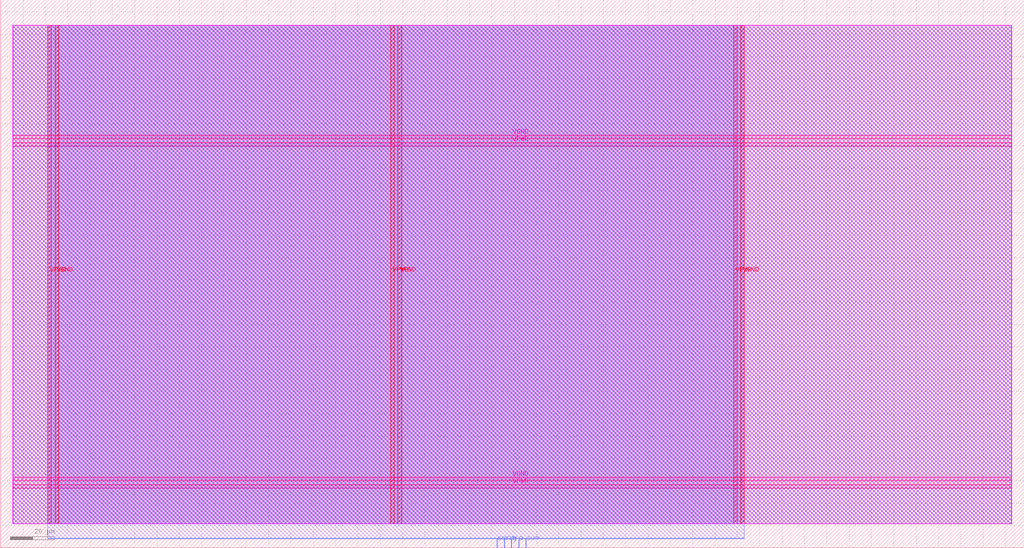
<source format=lef>
VERSION 5.7 ;
  NOWIREEXTENSIONATPIN ON ;
  DIVIDERCHAR "/" ;
  BUSBITCHARS "[]" ;
MACRO full_adder
  CLASS BLOCK ;
  FOREIGN full_adder ;
  ORIGIN 0.000 0.000 ;
  SIZE 458.470 BY 245.475 ;
  PIN VGND
    DIRECTION INOUT ;
    USE GROUND ;
    PORT
      LAYER met4 ;
        RECT 24.340 10.640 25.940 234.160 ;
    END
    PORT
      LAYER met4 ;
        RECT 177.940 10.640 179.540 234.160 ;
    END
    PORT
      LAYER met4 ;
        RECT 331.540 10.640 333.140 234.160 ;
    END
    PORT
      LAYER met5 ;
        RECT 5.280 30.030 452.880 31.630 ;
    END
    PORT
      LAYER met5 ;
        RECT 5.280 183.210 452.880 184.810 ;
    END
  END VGND
  PIN VPWR
    DIRECTION INOUT ;
    USE POWER ;
    PORT
      LAYER met4 ;
        RECT 21.040 10.640 22.640 234.160 ;
    END
    PORT
      LAYER met4 ;
        RECT 174.640 10.640 176.240 234.160 ;
    END
    PORT
      LAYER met4 ;
        RECT 328.240 10.640 329.840 234.160 ;
    END
    PORT
      LAYER met5 ;
        RECT 5.280 26.730 452.880 28.330 ;
    END
    PORT
      LAYER met5 ;
        RECT 5.280 179.910 452.880 181.510 ;
    END
  END VPWR
  PIN a
    DIRECTION INPUT ;
    USE SIGNAL ;
    ANTENNAGATEAREA 0.213000 ;
    PORT
      LAYER met2 ;
        RECT 231.930 0.000 232.210 4.000 ;
    END
  END a
  PIN b
    DIRECTION INPUT ;
    USE SIGNAL ;
    ANTENNAGATEAREA 0.213000 ;
    PORT
      LAYER met2 ;
        RECT 228.710 0.000 228.990 4.000 ;
    END
  END b
  PIN carry
    DIRECTION OUTPUT ;
    USE SIGNAL ;
    ANTENNADIFFAREA 0.445500 ;
    PORT
      LAYER met2 ;
        RECT 222.270 0.000 222.550 4.000 ;
    END
  END carry
  PIN cin
    DIRECTION INPUT ;
    USE SIGNAL ;
    ANTENNAGATEAREA 0.126000 ;
    PORT
      LAYER met2 ;
        RECT 225.490 0.000 225.770 4.000 ;
    END
  END cin
  PIN sum
    DIRECTION OUTPUT ;
    USE SIGNAL ;
    ANTENNADIFFAREA 0.445500 ;
    PORT
      LAYER met2 ;
        RECT 235.150 0.000 235.430 4.000 ;
    END
  END sum
  OBS
      LAYER nwell ;
        RECT 5.330 10.795 452.830 234.005 ;
      LAYER li1 ;
        RECT 5.520 10.795 452.640 234.005 ;
      LAYER met1 ;
        RECT 5.520 10.640 452.640 234.160 ;
      LAYER met2 ;
        RECT 21.070 4.280 333.110 234.105 ;
        RECT 21.070 4.000 221.990 4.280 ;
        RECT 222.830 4.000 225.210 4.280 ;
        RECT 226.050 4.000 228.430 4.280 ;
        RECT 229.270 4.000 231.650 4.280 ;
        RECT 232.490 4.000 234.870 4.280 ;
        RECT 235.710 4.000 333.110 4.280 ;
      LAYER met3 ;
        RECT 21.050 10.715 333.130 234.085 ;
  END
END full_adder
END LIBRARY


</source>
